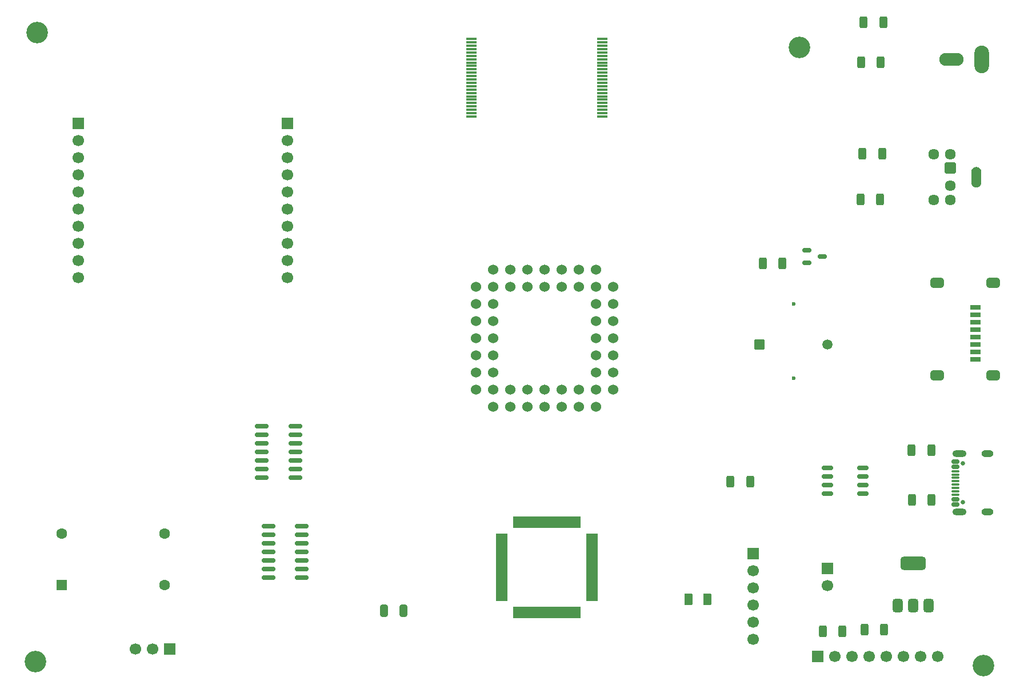
<source format=gts>
G04 #@! TF.GenerationSoftware,KiCad,Pcbnew,9.0.1*
G04 #@! TF.CreationDate,2025-09-03T14:35:04-07:00*
G04 #@! TF.ProjectId,Project68,50726f6a-6563-4743-9638-2e6b69636164,rev?*
G04 #@! TF.SameCoordinates,Original*
G04 #@! TF.FileFunction,Soldermask,Top*
G04 #@! TF.FilePolarity,Negative*
%FSLAX46Y46*%
G04 Gerber Fmt 4.6, Leading zero omitted, Abs format (unit mm)*
G04 Created by KiCad (PCBNEW 9.0.1) date 2025-09-03 14:35:04*
%MOMM*%
%LPD*%
G01*
G04 APERTURE LIST*
G04 Aperture macros list*
%AMRoundRect*
0 Rectangle with rounded corners*
0 $1 Rounding radius*
0 $2 $3 $4 $5 $6 $7 $8 $9 X,Y pos of 4 corners*
0 Add a 4 corners polygon primitive as box body*
4,1,4,$2,$3,$4,$5,$6,$7,$8,$9,$2,$3,0*
0 Add four circle primitives for the rounded corners*
1,1,$1+$1,$2,$3*
1,1,$1+$1,$4,$5*
1,1,$1+$1,$6,$7*
1,1,$1+$1,$8,$9*
0 Add four rect primitives between the rounded corners*
20,1,$1+$1,$2,$3,$4,$5,0*
20,1,$1+$1,$4,$5,$6,$7,0*
20,1,$1+$1,$6,$7,$8,$9,0*
20,1,$1+$1,$8,$9,$2,$3,0*%
G04 Aperture macros list end*
%ADD10C,0.010000*%
%ADD11RoundRect,0.250000X-0.312500X-0.625000X0.312500X-0.625000X0.312500X0.625000X-0.312500X0.625000X0*%
%ADD12R,1.700000X1.700000*%
%ADD13C,1.700000*%
%ADD14RoundRect,0.150000X-0.825000X-0.150000X0.825000X-0.150000X0.825000X0.150000X-0.825000X0.150000X0*%
%ADD15C,3.200000*%
%ADD16RoundRect,0.150000X-0.512500X-0.150000X0.512500X-0.150000X0.512500X0.150000X-0.512500X0.150000X0*%
%ADD17RoundRect,0.375000X0.375000X-0.625000X0.375000X0.625000X-0.375000X0.625000X-0.375000X-0.625000X0*%
%ADD18RoundRect,0.500000X1.400000X-0.500000X1.400000X0.500000X-1.400000X0.500000X-1.400000X-0.500000X0*%
%ADD19O,2.154000X4.104000*%
%ADD20O,3.604000X1.904000*%
%ADD21RoundRect,0.250000X0.375000X0.625000X-0.375000X0.625000X-0.375000X-0.625000X0.375000X-0.625000X0*%
%ADD22C,0.600000*%
%ADD23C,1.511200*%
%ADD24RoundRect,0.101600X0.654000X0.654000X-0.654000X0.654000X-0.654000X-0.654000X0.654000X-0.654000X0*%
%ADD25C,0.650000*%
%ADD26RoundRect,0.150000X0.425000X-0.150000X0.425000X0.150000X-0.425000X0.150000X-0.425000X-0.150000X0*%
%ADD27RoundRect,0.075000X0.500000X-0.075000X0.500000X0.075000X-0.500000X0.075000X-0.500000X-0.075000X0*%
%ADD28O,2.100000X1.000000*%
%ADD29O,1.800000X1.000000*%
%ADD30R,1.600000X1.600000*%
%ADD31C,1.600000*%
%ADD32RoundRect,0.075000X0.712500X0.075000X-0.712500X0.075000X-0.712500X-0.075000X0.712500X-0.075000X0*%
%ADD33R,1.500000X0.800000*%
%ADD34RoundRect,0.362500X-0.637500X0.362500X-0.637500X-0.362500X0.637500X-0.362500X0.637500X0.362500X0*%
%ADD35RoundRect,0.150000X-0.675000X-0.150000X0.675000X-0.150000X0.675000X0.150000X-0.675000X0.150000X0*%
%ADD36RoundRect,0.060500X-0.821500X-0.181500X0.821500X-0.181500X0.821500X0.181500X-0.821500X0.181500X0*%
%ADD37RoundRect,0.060500X-0.181500X-0.821500X0.181500X-0.821500X0.181500X0.821500X-0.181500X0.821500X0*%
%ADD38RoundRect,0.250000X-0.325000X-0.650000X0.325000X-0.650000X0.325000X0.650000X-0.325000X0.650000X0*%
%ADD39C,1.524800*%
%ADD40RoundRect,0.102000X0.704000X-0.704000X0.704000X0.704000X-0.704000X0.704000X-0.704000X-0.704000X0*%
%ADD41C,1.612000*%
G04 APERTURE END LIST*
D10*
G04 #@! TO.C,J2*
X229433000Y-62971000D02*
X229471000Y-62974000D01*
X229508000Y-62979000D01*
X229545000Y-62986000D01*
X229581000Y-62994000D01*
X229617000Y-63005000D01*
X229652000Y-63017000D01*
X229687000Y-63032000D01*
X229721000Y-63048000D01*
X229753000Y-63066000D01*
X229785000Y-63085000D01*
X229816000Y-63107000D01*
X229846000Y-63129000D01*
X229874000Y-63154000D01*
X229902000Y-63179000D01*
X229927000Y-63207000D01*
X229952000Y-63235000D01*
X229974000Y-63265000D01*
X229996000Y-63296000D01*
X230015000Y-63328000D01*
X230033000Y-63360000D01*
X230049000Y-63394000D01*
X230064000Y-63429000D01*
X230076000Y-63464000D01*
X230087000Y-63500000D01*
X230095000Y-63536000D01*
X230102000Y-63573000D01*
X230107000Y-63610000D01*
X230110000Y-63648000D01*
X230111000Y-63685000D01*
X230111000Y-64435000D01*
X230111000Y-65185000D01*
X230110000Y-65222000D01*
X230107000Y-65260000D01*
X230102000Y-65297000D01*
X230095000Y-65334000D01*
X230087000Y-65370000D01*
X230076000Y-65406000D01*
X230064000Y-65441000D01*
X230049000Y-65476000D01*
X230033000Y-65510000D01*
X230015000Y-65542000D01*
X229996000Y-65574000D01*
X229974000Y-65605000D01*
X229952000Y-65635000D01*
X229927000Y-65663000D01*
X229902000Y-65691000D01*
X229874000Y-65716000D01*
X229846000Y-65741000D01*
X229816000Y-65763000D01*
X229785000Y-65785000D01*
X229753000Y-65804000D01*
X229721000Y-65822000D01*
X229687000Y-65838000D01*
X229652000Y-65853000D01*
X229617000Y-65865000D01*
X229581000Y-65876000D01*
X229545000Y-65884000D01*
X229508000Y-65891000D01*
X229471000Y-65896000D01*
X229433000Y-65899000D01*
X229396000Y-65900000D01*
X229359000Y-65899000D01*
X229321000Y-65896000D01*
X229284000Y-65891000D01*
X229247000Y-65884000D01*
X229211000Y-65876000D01*
X229175000Y-65865000D01*
X229140000Y-65853000D01*
X229105000Y-65838000D01*
X229071000Y-65822000D01*
X229039000Y-65804000D01*
X229007000Y-65785000D01*
X228976000Y-65763000D01*
X228946000Y-65741000D01*
X228918000Y-65716000D01*
X228890000Y-65691000D01*
X228865000Y-65663000D01*
X228840000Y-65635000D01*
X228818000Y-65605000D01*
X228796000Y-65574000D01*
X228777000Y-65542000D01*
X228759000Y-65510000D01*
X228743000Y-65476000D01*
X228728000Y-65441000D01*
X228716000Y-65406000D01*
X228705000Y-65370000D01*
X228697000Y-65334000D01*
X228690000Y-65297000D01*
X228685000Y-65260000D01*
X228682000Y-65222000D01*
X228681000Y-65185000D01*
X228681000Y-64435000D01*
X228681000Y-63685000D01*
X228682000Y-63648000D01*
X228685000Y-63610000D01*
X228690000Y-63573000D01*
X228697000Y-63536000D01*
X228705000Y-63500000D01*
X228716000Y-63464000D01*
X228728000Y-63429000D01*
X228743000Y-63394000D01*
X228759000Y-63360000D01*
X228777000Y-63328000D01*
X228796000Y-63296000D01*
X228818000Y-63265000D01*
X228840000Y-63235000D01*
X228865000Y-63207000D01*
X228890000Y-63179000D01*
X228918000Y-63154000D01*
X228946000Y-63129000D01*
X228976000Y-63107000D01*
X229007000Y-63085000D01*
X229039000Y-63066000D01*
X229071000Y-63048000D01*
X229105000Y-63032000D01*
X229140000Y-63017000D01*
X229175000Y-63005000D01*
X229211000Y-62994000D01*
X229247000Y-62986000D01*
X229284000Y-62979000D01*
X229321000Y-62974000D01*
X229359000Y-62971000D01*
X229396000Y-62970000D01*
X229433000Y-62971000D01*
G36*
X229433000Y-62971000D02*
G01*
X229471000Y-62974000D01*
X229508000Y-62979000D01*
X229545000Y-62986000D01*
X229581000Y-62994000D01*
X229617000Y-63005000D01*
X229652000Y-63017000D01*
X229687000Y-63032000D01*
X229721000Y-63048000D01*
X229753000Y-63066000D01*
X229785000Y-63085000D01*
X229816000Y-63107000D01*
X229846000Y-63129000D01*
X229874000Y-63154000D01*
X229902000Y-63179000D01*
X229927000Y-63207000D01*
X229952000Y-63235000D01*
X229974000Y-63265000D01*
X229996000Y-63296000D01*
X230015000Y-63328000D01*
X230033000Y-63360000D01*
X230049000Y-63394000D01*
X230064000Y-63429000D01*
X230076000Y-63464000D01*
X230087000Y-63500000D01*
X230095000Y-63536000D01*
X230102000Y-63573000D01*
X230107000Y-63610000D01*
X230110000Y-63648000D01*
X230111000Y-63685000D01*
X230111000Y-64435000D01*
X230111000Y-65185000D01*
X230110000Y-65222000D01*
X230107000Y-65260000D01*
X230102000Y-65297000D01*
X230095000Y-65334000D01*
X230087000Y-65370000D01*
X230076000Y-65406000D01*
X230064000Y-65441000D01*
X230049000Y-65476000D01*
X230033000Y-65510000D01*
X230015000Y-65542000D01*
X229996000Y-65574000D01*
X229974000Y-65605000D01*
X229952000Y-65635000D01*
X229927000Y-65663000D01*
X229902000Y-65691000D01*
X229874000Y-65716000D01*
X229846000Y-65741000D01*
X229816000Y-65763000D01*
X229785000Y-65785000D01*
X229753000Y-65804000D01*
X229721000Y-65822000D01*
X229687000Y-65838000D01*
X229652000Y-65853000D01*
X229617000Y-65865000D01*
X229581000Y-65876000D01*
X229545000Y-65884000D01*
X229508000Y-65891000D01*
X229471000Y-65896000D01*
X229433000Y-65899000D01*
X229396000Y-65900000D01*
X229359000Y-65899000D01*
X229321000Y-65896000D01*
X229284000Y-65891000D01*
X229247000Y-65884000D01*
X229211000Y-65876000D01*
X229175000Y-65865000D01*
X229140000Y-65853000D01*
X229105000Y-65838000D01*
X229071000Y-65822000D01*
X229039000Y-65804000D01*
X229007000Y-65785000D01*
X228976000Y-65763000D01*
X228946000Y-65741000D01*
X228918000Y-65716000D01*
X228890000Y-65691000D01*
X228865000Y-65663000D01*
X228840000Y-65635000D01*
X228818000Y-65605000D01*
X228796000Y-65574000D01*
X228777000Y-65542000D01*
X228759000Y-65510000D01*
X228743000Y-65476000D01*
X228728000Y-65441000D01*
X228716000Y-65406000D01*
X228705000Y-65370000D01*
X228697000Y-65334000D01*
X228690000Y-65297000D01*
X228685000Y-65260000D01*
X228682000Y-65222000D01*
X228681000Y-65185000D01*
X228681000Y-64435000D01*
X228681000Y-63685000D01*
X228682000Y-63648000D01*
X228685000Y-63610000D01*
X228690000Y-63573000D01*
X228697000Y-63536000D01*
X228705000Y-63500000D01*
X228716000Y-63464000D01*
X228728000Y-63429000D01*
X228743000Y-63394000D01*
X228759000Y-63360000D01*
X228777000Y-63328000D01*
X228796000Y-63296000D01*
X228818000Y-63265000D01*
X228840000Y-63235000D01*
X228865000Y-63207000D01*
X228890000Y-63179000D01*
X228918000Y-63154000D01*
X228946000Y-63129000D01*
X228976000Y-63107000D01*
X229007000Y-63085000D01*
X229039000Y-63066000D01*
X229071000Y-63048000D01*
X229105000Y-63032000D01*
X229140000Y-63017000D01*
X229175000Y-63005000D01*
X229211000Y-62994000D01*
X229247000Y-62986000D01*
X229284000Y-62979000D01*
X229321000Y-62974000D01*
X229359000Y-62971000D01*
X229396000Y-62970000D01*
X229433000Y-62971000D01*
G37*
G04 #@! TD*
D11*
G04 #@! TO.C,R1*
X215658500Y-41500000D03*
X212733500Y-41500000D03*
G04 #@! TD*
D12*
G04 #@! TO.C,J9*
X196371000Y-120260000D03*
D13*
X196371000Y-122800000D03*
X196371000Y-125340000D03*
X196371000Y-127880000D03*
X196371000Y-130420000D03*
X196371000Y-132960000D03*
G04 #@! TD*
D11*
G04 #@! TO.C,R3*
X197796000Y-77235000D03*
X200721000Y-77235000D03*
G04 #@! TD*
D14*
G04 #@! TO.C,U3*
X124546000Y-116225000D03*
X124546000Y-117495000D03*
X124546000Y-118765000D03*
X124546000Y-120035000D03*
X124546000Y-121305000D03*
X124546000Y-122575000D03*
X124546000Y-123845000D03*
X129496000Y-123845000D03*
X129496000Y-122575000D03*
X129496000Y-121305000D03*
X129496000Y-120035000D03*
X129496000Y-118765000D03*
X129496000Y-117495000D03*
X129496000Y-116225000D03*
G04 #@! TD*
D15*
G04 #@! TO.C,H3*
X230500000Y-136865000D03*
G04 #@! TD*
D16*
G04 #@! TO.C,Q1*
X204333500Y-75272500D03*
X204333500Y-77172500D03*
X206608500Y-76222500D03*
G04 #@! TD*
D17*
G04 #@! TO.C,U5*
X217783500Y-127960000D03*
X220083500Y-127960000D03*
D18*
X220083500Y-121660000D03*
D17*
X222383500Y-127960000D03*
G04 #@! TD*
D19*
G04 #@! TO.C,J1*
X230250000Y-47000000D03*
D20*
X225750000Y-47000000D03*
G04 #@! TD*
D21*
G04 #@! TO.C,D1*
X189571000Y-127010000D03*
X186771000Y-127010000D03*
G04 #@! TD*
D22*
G04 #@! TO.C,BZ1*
X202346000Y-94285000D03*
X202346000Y-83285000D03*
D23*
X207346000Y-89285000D03*
D24*
X197346000Y-89285000D03*
G04 #@! TD*
D25*
G04 #@! TO.C,J5*
X227416000Y-112670000D03*
X227416000Y-106890000D03*
D26*
X226341000Y-112980000D03*
X226341000Y-112180000D03*
D27*
X226341000Y-111030000D03*
X226341000Y-110030000D03*
X226341000Y-109530000D03*
X226341000Y-108530000D03*
D26*
X226341000Y-107380000D03*
X226341000Y-106580000D03*
X226341000Y-106580000D03*
X226341000Y-107380000D03*
D27*
X226341000Y-108030000D03*
X226341000Y-109030000D03*
X226341000Y-110530000D03*
X226341000Y-111530000D03*
D26*
X226341000Y-112180000D03*
X226341000Y-112980000D03*
D28*
X226916000Y-114100000D03*
D29*
X231096000Y-114100000D03*
D28*
X226916000Y-105460000D03*
D29*
X231096000Y-105460000D03*
G04 #@! TD*
D30*
G04 #@! TO.C,Y1*
X93951000Y-124920000D03*
D31*
X109191000Y-124920000D03*
X109191000Y-117300000D03*
X93951000Y-117300000D03*
G04 #@! TD*
D15*
G04 #@! TO.C,H1*
X90250000Y-43000000D03*
G04 #@! TD*
D12*
G04 #@! TO.C,J4*
X109921000Y-134360000D03*
D13*
X107381000Y-134360000D03*
X104841000Y-134360000D03*
G04 #@! TD*
D11*
G04 #@! TO.C,R4*
X212571000Y-61010000D03*
X215496000Y-61010000D03*
G04 #@! TD*
D15*
G04 #@! TO.C,H4*
X203250000Y-45250000D03*
G04 #@! TD*
D11*
G04 #@! TO.C,R7*
X219883500Y-112285000D03*
X222808500Y-112285000D03*
G04 #@! TD*
D12*
G04 #@! TO.C,J8*
X205941000Y-135485000D03*
D13*
X208481000Y-135485000D03*
X211021000Y-135485000D03*
X213561000Y-135485000D03*
X216101000Y-135485000D03*
X218641000Y-135485000D03*
X221181000Y-135485000D03*
X223721000Y-135485000D03*
G04 #@! TD*
D12*
G04 #@! TO.C,J11*
X127346000Y-56535000D03*
D13*
X127346000Y-59075000D03*
X127346000Y-61615000D03*
X127346000Y-64155000D03*
X127346000Y-66695000D03*
X127346000Y-69235000D03*
X127346000Y-71775000D03*
X127346000Y-74315000D03*
X127346000Y-76855000D03*
X127346000Y-79395000D03*
G04 #@! TD*
D32*
G04 #@! TO.C,U2*
X173996000Y-55485000D03*
X173996000Y-54985000D03*
X173996000Y-54485000D03*
X173996000Y-53985000D03*
X173996000Y-53485000D03*
X173996000Y-52985000D03*
X173996000Y-52485000D03*
X173996000Y-51985000D03*
X173996000Y-51485000D03*
X173996000Y-50985000D03*
X173996000Y-50485000D03*
X173996000Y-49985000D03*
X173996000Y-49485000D03*
X173996000Y-48985000D03*
X173996000Y-48485000D03*
X173996000Y-47985000D03*
X173996000Y-47485000D03*
X173996000Y-46985000D03*
X173996000Y-46485000D03*
X173996000Y-45985000D03*
X173996000Y-45485000D03*
X173996000Y-44985000D03*
X173996000Y-44485000D03*
X173996000Y-43985000D03*
X154621000Y-43985000D03*
X154621000Y-44485000D03*
X154621000Y-44985000D03*
X154621000Y-45485000D03*
X154621000Y-45985000D03*
X154621000Y-46485000D03*
X154621000Y-46985000D03*
X154621000Y-47485000D03*
X154621000Y-47985000D03*
X154621000Y-48485000D03*
X154621000Y-48985000D03*
X154621000Y-49485000D03*
X154621000Y-49985000D03*
X154621000Y-50485000D03*
X154621000Y-50985000D03*
X154621000Y-51485000D03*
X154621000Y-51985000D03*
X154621000Y-52485000D03*
X154621000Y-52985000D03*
X154621000Y-53485000D03*
X154621000Y-53985000D03*
X154621000Y-54485000D03*
X154621000Y-54985000D03*
X154621000Y-55485000D03*
G04 #@! TD*
D33*
G04 #@! TO.C,J3*
X229346000Y-83755000D03*
X229346000Y-84855000D03*
X229346000Y-85955000D03*
X229346000Y-87055000D03*
X229346000Y-88155000D03*
X229346000Y-89255000D03*
X229346000Y-90355000D03*
X229346000Y-91455000D03*
D34*
X231946000Y-80085000D03*
X223646000Y-80085000D03*
X231946000Y-93835000D03*
X223646000Y-93835000D03*
G04 #@! TD*
D35*
G04 #@! TO.C,U6*
X207346000Y-107560000D03*
X207346000Y-108830000D03*
X207346000Y-110100000D03*
X207346000Y-111370000D03*
X212596000Y-111370000D03*
X212596000Y-110100000D03*
X212596000Y-108830000D03*
X212596000Y-107560000D03*
G04 #@! TD*
D11*
G04 #@! TO.C,R8*
X192996000Y-109560000D03*
X195921000Y-109560000D03*
G04 #@! TD*
D14*
G04 #@! TO.C,U4*
X123571000Y-101400000D03*
X123571000Y-102670000D03*
X123571000Y-103940000D03*
X123571000Y-105210000D03*
X123571000Y-106480000D03*
X123571000Y-107750000D03*
X123571000Y-109020000D03*
X128521000Y-109020000D03*
X128521000Y-107750000D03*
X128521000Y-106480000D03*
X128521000Y-105210000D03*
X128521000Y-103940000D03*
X128521000Y-102670000D03*
X128521000Y-101400000D03*
G04 #@! TD*
D11*
G04 #@! TO.C,R5*
X212271000Y-67735000D03*
X215196000Y-67735000D03*
G04 #@! TD*
G04 #@! TO.C,R2*
X212371000Y-47460000D03*
X215296000Y-47460000D03*
G04 #@! TD*
D36*
G04 #@! TO.C,U11*
X159143500Y-117560000D03*
X159143500Y-118060000D03*
X159143500Y-118560000D03*
X159143500Y-119060000D03*
X159143500Y-119560000D03*
X159143500Y-120060000D03*
X159143500Y-120560000D03*
X159143500Y-121060000D03*
X159143500Y-121560000D03*
X159143500Y-122060000D03*
X159143500Y-122560000D03*
X159143500Y-123060000D03*
X159143500Y-123560000D03*
X159143500Y-124060000D03*
X159143500Y-124560000D03*
X159143500Y-125060000D03*
X159143500Y-125560000D03*
X159143500Y-126060000D03*
X159143500Y-126560000D03*
X159143500Y-127060000D03*
D37*
X161073500Y-128990000D03*
X161573500Y-128990000D03*
X162073500Y-128990000D03*
X162573500Y-128990000D03*
X163073500Y-128990000D03*
X163573500Y-128990000D03*
X164073500Y-128990000D03*
X164573500Y-128990000D03*
X165073500Y-128990000D03*
X165573500Y-128990000D03*
X166073500Y-128990000D03*
X166573500Y-128990000D03*
X167073500Y-128990000D03*
X167573500Y-128990000D03*
X168073500Y-128990000D03*
X168573500Y-128990000D03*
X169073500Y-128990000D03*
X169573500Y-128990000D03*
X170073500Y-128990000D03*
X170573500Y-128990000D03*
D36*
X172503500Y-127060000D03*
X172503500Y-126560000D03*
X172503500Y-126060000D03*
X172503500Y-125560000D03*
X172503500Y-125060000D03*
X172503500Y-124560000D03*
X172503500Y-124060000D03*
X172503500Y-123560000D03*
X172503500Y-123060000D03*
X172503500Y-122560000D03*
X172503500Y-122060000D03*
X172503500Y-121560000D03*
X172503500Y-121060000D03*
X172503500Y-120560000D03*
X172503500Y-120060000D03*
X172503500Y-119560000D03*
X172503500Y-119060000D03*
X172503500Y-118560000D03*
X172503500Y-118060000D03*
X172503500Y-117560000D03*
D37*
X170573500Y-115630000D03*
X170073500Y-115630000D03*
X169573500Y-115630000D03*
X169073500Y-115630000D03*
X168573500Y-115630000D03*
X168073500Y-115630000D03*
X167573500Y-115630000D03*
X167073500Y-115630000D03*
X166573500Y-115630000D03*
X166073500Y-115630000D03*
X165573500Y-115630000D03*
X165073500Y-115630000D03*
X164573500Y-115630000D03*
X164073500Y-115630000D03*
X163573500Y-115630000D03*
X163073500Y-115630000D03*
X162573500Y-115630000D03*
X162073500Y-115630000D03*
X161573500Y-115630000D03*
X161073500Y-115630000D03*
G04 #@! TD*
D11*
G04 #@! TO.C,R6*
X219871000Y-104960000D03*
X222796000Y-104960000D03*
G04 #@! TD*
D12*
G04 #@! TO.C,J6*
X207371000Y-122435000D03*
D13*
X207371000Y-124975000D03*
G04 #@! TD*
D11*
G04 #@! TO.C,R10*
X206671000Y-131785000D03*
X209596000Y-131785000D03*
G04 #@! TD*
G04 #@! TO.C,R9*
X212846000Y-131535000D03*
X215771000Y-131535000D03*
G04 #@! TD*
D38*
G04 #@! TO.C,C2*
X141646000Y-128685000D03*
X144596000Y-128685000D03*
G04 #@! TD*
D12*
G04 #@! TO.C,J10*
X96346000Y-56535000D03*
D13*
X96346000Y-59075000D03*
X96346000Y-61615000D03*
X96346000Y-64155000D03*
X96346000Y-66695000D03*
X96346000Y-69235000D03*
X96346000Y-71775000D03*
X96346000Y-74315000D03*
X96346000Y-76855000D03*
X96346000Y-79395000D03*
G04 #@! TD*
D15*
G04 #@! TO.C,H2*
X90000000Y-136250000D03*
G04 #@! TD*
D39*
G04 #@! TO.C,IC1*
X165471000Y-98520000D03*
X165471000Y-95980000D03*
X168011000Y-98520000D03*
X168011000Y-95980000D03*
X170551000Y-98520000D03*
X170551000Y-95980000D03*
X173091000Y-98520000D03*
X175631000Y-95980000D03*
X173091000Y-95980000D03*
X175631000Y-93440000D03*
X173091000Y-93440000D03*
X175631000Y-90900000D03*
X173091000Y-90900000D03*
X175631000Y-88360000D03*
X173091000Y-88360000D03*
X175631000Y-85820000D03*
X173091000Y-85820000D03*
X175631000Y-83280000D03*
X173091000Y-83280000D03*
X175631000Y-80740000D03*
X173091000Y-78200000D03*
X173091000Y-80740000D03*
X170551000Y-78200000D03*
X170551000Y-80740000D03*
X168011000Y-78200000D03*
X168011000Y-80740000D03*
X165471000Y-78200000D03*
X165471000Y-80740000D03*
X162931000Y-78200000D03*
X162931000Y-80740000D03*
X160391000Y-78200000D03*
X160391000Y-80740000D03*
X157851000Y-78200000D03*
X155311000Y-80740000D03*
X157851000Y-80740000D03*
X155311000Y-83280000D03*
X157851000Y-83280000D03*
X155311000Y-85820000D03*
X157851000Y-85820000D03*
X155311000Y-88360000D03*
X157851000Y-88360000D03*
X155311000Y-90900000D03*
X157851000Y-90900000D03*
X157851000Y-93440000D03*
X155311000Y-93440000D03*
X155311000Y-95980000D03*
X157851000Y-98520000D03*
X157851000Y-95980000D03*
X160391000Y-98520000D03*
X160391000Y-95980000D03*
X162931000Y-98520000D03*
X162931000Y-95980000D03*
G04 #@! TD*
D40*
G04 #@! TO.C,J2*
X225596000Y-63135000D03*
D41*
X225596000Y-65735000D03*
X225596000Y-61035000D03*
X225596000Y-67835000D03*
X223096000Y-61035000D03*
X223096000Y-67835000D03*
G04 #@! TD*
M02*

</source>
